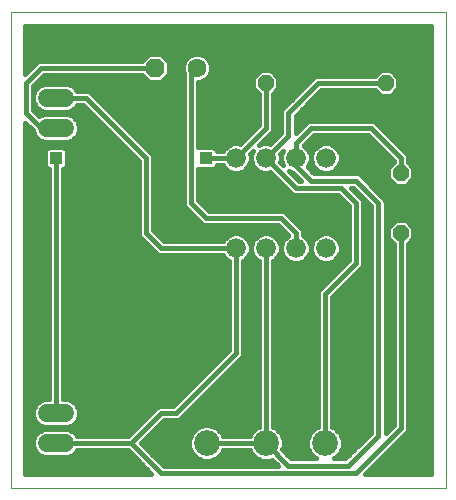
<source format=gtl>
G75*
%MOIN*%
%OFA0B0*%
%FSLAX25Y25*%
%IPPOS*%
%LPD*%
%AMOC8*
5,1,8,0,0,1.08239X$1,22.5*
%
%ADD10C,0.00000*%
%ADD11OC8,0.06300*%
%ADD12C,0.06300*%
%ADD13OC8,0.05200*%
%ADD14C,0.06600*%
%ADD15C,0.06000*%
%ADD16C,0.08600*%
%ADD17C,0.01600*%
%ADD18R,0.03962X0.03962*%
D10*
X0001800Y0040337D02*
X0001800Y0199038D01*
X0146721Y0199038D01*
X0146721Y0040337D01*
X0001800Y0040337D01*
D11*
X0049800Y0180337D03*
D12*
X0063800Y0180337D03*
D13*
X0086800Y0175337D03*
X0126800Y0175337D03*
X0131800Y0145337D03*
X0131800Y0125337D03*
D14*
X0106800Y0120337D03*
X0096800Y0120337D03*
X0086800Y0120337D03*
X0076800Y0120337D03*
X0076800Y0150337D03*
X0086800Y0150337D03*
X0096800Y0150337D03*
X0106800Y0150337D03*
D15*
X0019800Y0160337D02*
X0013800Y0160337D01*
X0013800Y0170337D02*
X0019800Y0170337D01*
X0019800Y0065337D02*
X0013800Y0065337D01*
X0013800Y0055337D02*
X0019800Y0055337D01*
D16*
X0067115Y0055337D03*
X0086800Y0055337D03*
X0106485Y0055337D03*
D17*
X0106485Y0105022D01*
X0116800Y0115337D01*
X0116800Y0135337D01*
X0111800Y0140337D01*
X0096800Y0140337D01*
X0086800Y0150337D01*
X0094300Y0157837D01*
X0094300Y0165337D01*
X0104300Y0175337D01*
X0126800Y0175337D01*
X0130268Y0177809D02*
X0141921Y0177809D01*
X0141921Y0179407D02*
X0128669Y0179407D01*
X0128540Y0179537D02*
X0125060Y0179537D01*
X0123260Y0177737D01*
X0103823Y0177737D01*
X0102941Y0177372D01*
X0092941Y0167372D01*
X0092941Y0167372D01*
X0092265Y0166696D01*
X0091900Y0165814D01*
X0091900Y0158831D01*
X0088150Y0155081D01*
X0087775Y0155237D01*
X0085825Y0155237D01*
X0084577Y0154720D01*
X0088835Y0158978D01*
X0089200Y0159860D01*
X0089200Y0171797D01*
X0091000Y0173597D01*
X0091000Y0177077D01*
X0088540Y0179537D01*
X0085060Y0179537D01*
X0082600Y0177077D01*
X0082600Y0173597D01*
X0084400Y0171797D01*
X0084400Y0161331D01*
X0078150Y0155081D01*
X0077775Y0155237D01*
X0075825Y0155237D01*
X0074024Y0154491D01*
X0072646Y0153113D01*
X0072490Y0152737D01*
X0070381Y0152737D01*
X0070381Y0152981D01*
X0069444Y0153918D01*
X0064200Y0153918D01*
X0064200Y0175587D01*
X0064745Y0175587D01*
X0066491Y0176310D01*
X0067827Y0177646D01*
X0068550Y0179392D01*
X0068550Y0181282D01*
X0067827Y0183028D01*
X0066491Y0184364D01*
X0064745Y0185087D01*
X0062855Y0185087D01*
X0061109Y0184364D01*
X0059773Y0183028D01*
X0059050Y0181282D01*
X0059050Y0179392D01*
X0059400Y0178547D01*
X0059400Y0134860D01*
X0059765Y0133978D01*
X0060441Y0133302D01*
X0065441Y0128302D01*
X0066323Y0127937D01*
X0090806Y0127937D01*
X0094185Y0124558D01*
X0094024Y0124491D01*
X0092646Y0123113D01*
X0091900Y0121312D01*
X0091900Y0119362D01*
X0092646Y0117561D01*
X0094024Y0116183D01*
X0095825Y0115437D01*
X0097775Y0115437D01*
X0099576Y0116183D01*
X0100954Y0117561D01*
X0101700Y0119362D01*
X0101700Y0121312D01*
X0100954Y0123113D01*
X0099576Y0124491D01*
X0099200Y0124647D01*
X0099200Y0125814D01*
X0098835Y0126696D01*
X0093835Y0131696D01*
X0093159Y0132372D01*
X0092277Y0132737D01*
X0067794Y0132737D01*
X0064200Y0136331D01*
X0064200Y0146756D01*
X0069444Y0146756D01*
X0070381Y0147693D01*
X0070381Y0147937D01*
X0072490Y0147937D01*
X0072646Y0147561D01*
X0074024Y0146183D01*
X0075825Y0145437D01*
X0077775Y0145437D01*
X0079576Y0146183D01*
X0080954Y0147561D01*
X0081700Y0149362D01*
X0081700Y0151312D01*
X0081544Y0151687D01*
X0082417Y0152560D01*
X0081900Y0151312D01*
X0081900Y0149362D01*
X0082646Y0147561D01*
X0084024Y0146183D01*
X0085825Y0145437D01*
X0087775Y0145437D01*
X0088150Y0145593D01*
X0095441Y0138302D01*
X0096323Y0137937D01*
X0110806Y0137937D01*
X0114400Y0134343D01*
X0114400Y0116331D01*
X0104450Y0106382D01*
X0104085Y0105499D01*
X0104085Y0060729D01*
X0103143Y0060339D01*
X0101483Y0058679D01*
X0100585Y0056511D01*
X0100585Y0054163D01*
X0101483Y0051995D01*
X0103143Y0050335D01*
X0103380Y0050237D01*
X0095294Y0050237D01*
X0092310Y0053221D01*
X0092700Y0054163D01*
X0092700Y0056511D01*
X0091802Y0058679D01*
X0090142Y0060339D01*
X0089200Y0060729D01*
X0089200Y0116027D01*
X0089576Y0116183D01*
X0090954Y0117561D01*
X0091700Y0119362D01*
X0091700Y0121312D01*
X0090954Y0123113D01*
X0089576Y0124491D01*
X0087775Y0125237D01*
X0085825Y0125237D01*
X0084024Y0124491D01*
X0082646Y0123113D01*
X0081900Y0121312D01*
X0081900Y0119362D01*
X0082646Y0117561D01*
X0084024Y0116183D01*
X0084400Y0116027D01*
X0084400Y0060729D01*
X0083458Y0060339D01*
X0081798Y0058679D01*
X0081408Y0057737D01*
X0072507Y0057737D01*
X0072117Y0058679D01*
X0070457Y0060339D01*
X0068289Y0061237D01*
X0065941Y0061237D01*
X0063773Y0060339D01*
X0062113Y0058679D01*
X0061215Y0056511D01*
X0061215Y0054163D01*
X0062113Y0051995D01*
X0063773Y0050335D01*
X0065941Y0049437D01*
X0068289Y0049437D01*
X0070457Y0050335D01*
X0072117Y0051995D01*
X0072507Y0052937D01*
X0081408Y0052937D01*
X0081798Y0051995D01*
X0083458Y0050335D01*
X0085626Y0049437D01*
X0087974Y0049437D01*
X0088916Y0049827D01*
X0091006Y0047737D01*
X0052794Y0047737D01*
X0045194Y0055337D01*
X0052794Y0062937D01*
X0057277Y0062937D01*
X0058159Y0063302D01*
X0058835Y0063978D01*
X0078835Y0083978D01*
X0079200Y0084860D01*
X0079200Y0116027D01*
X0079576Y0116183D01*
X0080954Y0117561D01*
X0081700Y0119362D01*
X0081700Y0121312D01*
X0080954Y0123113D01*
X0079576Y0124491D01*
X0077775Y0125237D01*
X0075825Y0125237D01*
X0074024Y0124491D01*
X0072646Y0123113D01*
X0072490Y0122737D01*
X0052794Y0122737D01*
X0049200Y0126331D01*
X0049200Y0150814D01*
X0048835Y0151696D01*
X0048159Y0152372D01*
X0028159Y0172372D01*
X0027277Y0172737D01*
X0023785Y0172737D01*
X0023700Y0172943D01*
X0022406Y0174237D01*
X0020715Y0174937D01*
X0012885Y0174937D01*
X0011194Y0174237D01*
X0009900Y0172943D01*
X0009200Y0171252D01*
X0009200Y0169422D01*
X0009900Y0167731D01*
X0011194Y0166437D01*
X0012885Y0165737D01*
X0020715Y0165737D01*
X0022406Y0166437D01*
X0023700Y0167731D01*
X0023785Y0167937D01*
X0025806Y0167937D01*
X0044400Y0149343D01*
X0044400Y0124860D01*
X0044765Y0123978D01*
X0049765Y0118978D01*
X0050441Y0118302D01*
X0051323Y0117937D01*
X0072490Y0117937D01*
X0072646Y0117561D01*
X0074024Y0116183D01*
X0074400Y0116027D01*
X0074400Y0086331D01*
X0055806Y0067737D01*
X0051323Y0067737D01*
X0050441Y0067372D01*
X0040806Y0057737D01*
X0023785Y0057737D01*
X0023700Y0057943D01*
X0022406Y0059237D01*
X0020715Y0059937D01*
X0012885Y0059937D01*
X0011194Y0059237D01*
X0009900Y0057943D01*
X0009200Y0056252D01*
X0009200Y0054422D01*
X0009900Y0052731D01*
X0011194Y0051437D01*
X0012885Y0050737D01*
X0020715Y0050737D01*
X0022406Y0051437D01*
X0023700Y0052731D01*
X0023785Y0052937D01*
X0040806Y0052937D01*
X0048606Y0045137D01*
X0006600Y0045137D01*
X0006600Y0162143D01*
X0009200Y0159543D01*
X0009200Y0159422D01*
X0009900Y0157731D01*
X0011194Y0156437D01*
X0012885Y0155737D01*
X0020715Y0155737D01*
X0022406Y0156437D01*
X0023700Y0157731D01*
X0024400Y0159422D01*
X0024400Y0161252D01*
X0023700Y0162943D01*
X0022406Y0164237D01*
X0020715Y0164937D01*
X0012885Y0164937D01*
X0011265Y0164266D01*
X0009200Y0166331D01*
X0009200Y0174343D01*
X0012794Y0177937D01*
X0045482Y0177937D01*
X0047832Y0175587D01*
X0051768Y0175587D01*
X0054550Y0178369D01*
X0054550Y0182305D01*
X0051768Y0185087D01*
X0047832Y0185087D01*
X0045482Y0182737D01*
X0011323Y0182737D01*
X0010441Y0182372D01*
X0006600Y0178531D01*
X0006600Y0194238D01*
X0141921Y0194238D01*
X0141921Y0045137D01*
X0119994Y0045137D01*
X0133159Y0058302D01*
X0133835Y0058978D01*
X0134200Y0059860D01*
X0134200Y0121797D01*
X0136000Y0123597D01*
X0136000Y0127077D01*
X0133540Y0129537D01*
X0130060Y0129537D01*
X0127600Y0127077D01*
X0127600Y0123597D01*
X0129400Y0121797D01*
X0129400Y0061331D01*
X0126700Y0058631D01*
X0126700Y0135814D01*
X0126335Y0136696D01*
X0125659Y0137372D01*
X0118159Y0144872D01*
X0117277Y0145237D01*
X0102794Y0145237D01*
X0100712Y0147319D01*
X0100954Y0147561D01*
X0101700Y0149362D01*
X0101700Y0151312D01*
X0100954Y0153113D01*
X0099576Y0154491D01*
X0099415Y0154558D01*
X0102794Y0157937D01*
X0120806Y0157937D01*
X0129400Y0149343D01*
X0129400Y0148877D01*
X0127600Y0147077D01*
X0127600Y0143597D01*
X0130060Y0141137D01*
X0133540Y0141137D01*
X0136000Y0143597D01*
X0136000Y0147077D01*
X0134200Y0148877D01*
X0134200Y0150814D01*
X0133835Y0151696D01*
X0123835Y0161696D01*
X0123159Y0162372D01*
X0122277Y0162737D01*
X0101323Y0162737D01*
X0100441Y0162372D01*
X0096700Y0158631D01*
X0096700Y0164343D01*
X0105294Y0172937D01*
X0123260Y0172937D01*
X0125060Y0171137D01*
X0128540Y0171137D01*
X0131000Y0173597D01*
X0131000Y0177077D01*
X0128540Y0179537D01*
X0124931Y0179407D02*
X0088669Y0179407D01*
X0090268Y0177809D02*
X0123332Y0177809D01*
X0124782Y0171415D02*
X0103772Y0171415D01*
X0102174Y0169816D02*
X0141921Y0169816D01*
X0141921Y0168218D02*
X0100575Y0168218D01*
X0098976Y0166619D02*
X0141921Y0166619D01*
X0141921Y0165021D02*
X0097378Y0165021D01*
X0096700Y0163422D02*
X0141921Y0163422D01*
X0141921Y0161824D02*
X0123707Y0161824D01*
X0125306Y0160225D02*
X0141921Y0160225D01*
X0141921Y0158627D02*
X0126904Y0158627D01*
X0128503Y0157028D02*
X0141921Y0157028D01*
X0141921Y0155430D02*
X0130101Y0155430D01*
X0131700Y0153831D02*
X0141921Y0153831D01*
X0141921Y0152233D02*
X0133298Y0152233D01*
X0134200Y0150634D02*
X0141921Y0150634D01*
X0141921Y0149036D02*
X0134200Y0149036D01*
X0135639Y0147437D02*
X0141921Y0147437D01*
X0141921Y0145839D02*
X0136000Y0145839D01*
X0136000Y0144240D02*
X0141921Y0144240D01*
X0141921Y0142642D02*
X0135044Y0142642D01*
X0131800Y0145337D02*
X0131800Y0150337D01*
X0121800Y0160337D01*
X0101800Y0160337D01*
X0096800Y0155337D01*
X0096800Y0150337D01*
X0096800Y0147837D01*
X0101800Y0142837D01*
X0116800Y0142837D01*
X0124300Y0135337D01*
X0124300Y0057837D01*
X0114300Y0047837D01*
X0094300Y0047837D01*
X0086800Y0055337D01*
X0086800Y0120337D01*
X0090458Y0117066D02*
X0093142Y0117066D01*
X0092189Y0118664D02*
X0091411Y0118664D01*
X0091700Y0120263D02*
X0091900Y0120263D01*
X0092128Y0121861D02*
X0091472Y0121861D01*
X0090607Y0123460D02*
X0092993Y0123460D01*
X0093685Y0125058D02*
X0088207Y0125058D01*
X0085393Y0125058D02*
X0078207Y0125058D01*
X0075393Y0125058D02*
X0050473Y0125058D01*
X0049200Y0126657D02*
X0092086Y0126657D01*
X0091800Y0130337D02*
X0066800Y0130337D01*
X0061800Y0135337D01*
X0061800Y0178337D01*
X0063800Y0180337D01*
X0059598Y0182605D02*
X0054250Y0182605D01*
X0054550Y0181006D02*
X0059050Y0181006D01*
X0059050Y0179407D02*
X0054550Y0179407D01*
X0053989Y0177809D02*
X0059400Y0177809D01*
X0059400Y0176210D02*
X0052391Y0176210D01*
X0049800Y0180337D02*
X0011800Y0180337D01*
X0006800Y0175337D01*
X0006800Y0165337D01*
X0011800Y0160337D01*
X0016800Y0160337D01*
X0014156Y0153918D02*
X0013219Y0152981D01*
X0013219Y0147693D01*
X0014156Y0146756D01*
X0014400Y0146756D01*
X0014400Y0069937D01*
X0012885Y0069937D01*
X0011194Y0069237D01*
X0009900Y0067943D01*
X0009200Y0066252D01*
X0009200Y0064422D01*
X0009900Y0062731D01*
X0011194Y0061437D01*
X0012885Y0060737D01*
X0020715Y0060737D01*
X0022406Y0061437D01*
X0023700Y0062731D01*
X0024400Y0064422D01*
X0024400Y0066252D01*
X0023700Y0067943D01*
X0022406Y0069237D01*
X0020715Y0069937D01*
X0019200Y0069937D01*
X0019200Y0146756D01*
X0019444Y0146756D01*
X0020381Y0147693D01*
X0020381Y0152981D01*
X0019444Y0153918D01*
X0014156Y0153918D01*
X0014069Y0153831D02*
X0006600Y0153831D01*
X0006600Y0152233D02*
X0013219Y0152233D01*
X0013219Y0150634D02*
X0006600Y0150634D01*
X0006600Y0149036D02*
X0013219Y0149036D01*
X0013475Y0147437D02*
X0006600Y0147437D01*
X0006600Y0145839D02*
X0014400Y0145839D01*
X0014400Y0144240D02*
X0006600Y0144240D01*
X0006600Y0142642D02*
X0014400Y0142642D01*
X0014400Y0141043D02*
X0006600Y0141043D01*
X0006600Y0139445D02*
X0014400Y0139445D01*
X0014400Y0137846D02*
X0006600Y0137846D01*
X0006600Y0136248D02*
X0014400Y0136248D01*
X0014400Y0134649D02*
X0006600Y0134649D01*
X0006600Y0133051D02*
X0014400Y0133051D01*
X0014400Y0131452D02*
X0006600Y0131452D01*
X0006600Y0129854D02*
X0014400Y0129854D01*
X0014400Y0128255D02*
X0006600Y0128255D01*
X0006600Y0126657D02*
X0014400Y0126657D01*
X0014400Y0125058D02*
X0006600Y0125058D01*
X0006600Y0123460D02*
X0014400Y0123460D01*
X0014400Y0121861D02*
X0006600Y0121861D01*
X0006600Y0120263D02*
X0014400Y0120263D01*
X0014400Y0118664D02*
X0006600Y0118664D01*
X0006600Y0117066D02*
X0014400Y0117066D01*
X0014400Y0115467D02*
X0006600Y0115467D01*
X0006600Y0113869D02*
X0014400Y0113869D01*
X0014400Y0112270D02*
X0006600Y0112270D01*
X0006600Y0110672D02*
X0014400Y0110672D01*
X0014400Y0109073D02*
X0006600Y0109073D01*
X0006600Y0107474D02*
X0014400Y0107474D01*
X0014400Y0105876D02*
X0006600Y0105876D01*
X0006600Y0104277D02*
X0014400Y0104277D01*
X0014400Y0102679D02*
X0006600Y0102679D01*
X0006600Y0101080D02*
X0014400Y0101080D01*
X0014400Y0099482D02*
X0006600Y0099482D01*
X0006600Y0097883D02*
X0014400Y0097883D01*
X0014400Y0096285D02*
X0006600Y0096285D01*
X0006600Y0094686D02*
X0014400Y0094686D01*
X0014400Y0093088D02*
X0006600Y0093088D01*
X0006600Y0091489D02*
X0014400Y0091489D01*
X0014400Y0089891D02*
X0006600Y0089891D01*
X0006600Y0088292D02*
X0014400Y0088292D01*
X0014400Y0086694D02*
X0006600Y0086694D01*
X0006600Y0085095D02*
X0014400Y0085095D01*
X0014400Y0083497D02*
X0006600Y0083497D01*
X0006600Y0081898D02*
X0014400Y0081898D01*
X0014400Y0080300D02*
X0006600Y0080300D01*
X0006600Y0078701D02*
X0014400Y0078701D01*
X0014400Y0077103D02*
X0006600Y0077103D01*
X0006600Y0075504D02*
X0014400Y0075504D01*
X0014400Y0073906D02*
X0006600Y0073906D01*
X0006600Y0072307D02*
X0014400Y0072307D01*
X0014400Y0070709D02*
X0006600Y0070709D01*
X0006600Y0069110D02*
X0011068Y0069110D01*
X0009722Y0067512D02*
X0006600Y0067512D01*
X0006600Y0065913D02*
X0009200Y0065913D01*
X0009244Y0064315D02*
X0006600Y0064315D01*
X0006600Y0062716D02*
X0009915Y0062716D01*
X0011966Y0061118D02*
X0006600Y0061118D01*
X0006600Y0059519D02*
X0011876Y0059519D01*
X0009891Y0057921D02*
X0006600Y0057921D01*
X0006600Y0056322D02*
X0009229Y0056322D01*
X0009200Y0054724D02*
X0006600Y0054724D01*
X0006600Y0053125D02*
X0009737Y0053125D01*
X0011105Y0051527D02*
X0006600Y0051527D01*
X0006600Y0049928D02*
X0043815Y0049928D01*
X0045413Y0048330D02*
X0006600Y0048330D01*
X0006600Y0046731D02*
X0047012Y0046731D01*
X0049005Y0051527D02*
X0062582Y0051527D01*
X0061645Y0053125D02*
X0047406Y0053125D01*
X0045807Y0054724D02*
X0061215Y0054724D01*
X0061215Y0056322D02*
X0046179Y0056322D01*
X0047778Y0057921D02*
X0061799Y0057921D01*
X0062953Y0059519D02*
X0049376Y0059519D01*
X0050975Y0061118D02*
X0065653Y0061118D01*
X0068577Y0061118D02*
X0084400Y0061118D01*
X0084400Y0062716D02*
X0052573Y0062716D01*
X0051800Y0065337D02*
X0041800Y0055337D01*
X0051800Y0045337D01*
X0116800Y0045337D01*
X0131800Y0060337D01*
X0131800Y0125337D01*
X0134822Y0128255D02*
X0141921Y0128255D01*
X0141921Y0126657D02*
X0136000Y0126657D01*
X0136000Y0125058D02*
X0141921Y0125058D01*
X0141921Y0123460D02*
X0135862Y0123460D01*
X0134264Y0121861D02*
X0141921Y0121861D01*
X0141921Y0120263D02*
X0134200Y0120263D01*
X0134200Y0118664D02*
X0141921Y0118664D01*
X0141921Y0117066D02*
X0134200Y0117066D01*
X0134200Y0115467D02*
X0141921Y0115467D01*
X0141921Y0113869D02*
X0134200Y0113869D01*
X0134200Y0112270D02*
X0141921Y0112270D01*
X0141921Y0110672D02*
X0134200Y0110672D01*
X0134200Y0109073D02*
X0141921Y0109073D01*
X0141921Y0107474D02*
X0134200Y0107474D01*
X0134200Y0105876D02*
X0141921Y0105876D01*
X0141921Y0104277D02*
X0134200Y0104277D01*
X0134200Y0102679D02*
X0141921Y0102679D01*
X0141921Y0101080D02*
X0134200Y0101080D01*
X0134200Y0099482D02*
X0141921Y0099482D01*
X0141921Y0097883D02*
X0134200Y0097883D01*
X0134200Y0096285D02*
X0141921Y0096285D01*
X0141921Y0094686D02*
X0134200Y0094686D01*
X0134200Y0093088D02*
X0141921Y0093088D01*
X0141921Y0091489D02*
X0134200Y0091489D01*
X0134200Y0089891D02*
X0141921Y0089891D01*
X0141921Y0088292D02*
X0134200Y0088292D01*
X0134200Y0086694D02*
X0141921Y0086694D01*
X0141921Y0085095D02*
X0134200Y0085095D01*
X0134200Y0083497D02*
X0141921Y0083497D01*
X0141921Y0081898D02*
X0134200Y0081898D01*
X0134200Y0080300D02*
X0141921Y0080300D01*
X0141921Y0078701D02*
X0134200Y0078701D01*
X0134200Y0077103D02*
X0141921Y0077103D01*
X0141921Y0075504D02*
X0134200Y0075504D01*
X0134200Y0073906D02*
X0141921Y0073906D01*
X0141921Y0072307D02*
X0134200Y0072307D01*
X0134200Y0070709D02*
X0141921Y0070709D01*
X0141921Y0069110D02*
X0134200Y0069110D01*
X0134200Y0067512D02*
X0141921Y0067512D01*
X0141921Y0065913D02*
X0134200Y0065913D01*
X0134200Y0064315D02*
X0141921Y0064315D01*
X0141921Y0062716D02*
X0134200Y0062716D01*
X0134200Y0061118D02*
X0141921Y0061118D01*
X0141921Y0059519D02*
X0134059Y0059519D01*
X0132778Y0057921D02*
X0141921Y0057921D01*
X0141921Y0056322D02*
X0131179Y0056322D01*
X0129581Y0054724D02*
X0141921Y0054724D01*
X0141921Y0053125D02*
X0127982Y0053125D01*
X0126384Y0051527D02*
X0141921Y0051527D01*
X0141921Y0049928D02*
X0124785Y0049928D01*
X0123187Y0048330D02*
X0141921Y0048330D01*
X0141921Y0046731D02*
X0121588Y0046731D01*
X0116194Y0053125D02*
X0111955Y0053125D01*
X0112385Y0054163D02*
X0112385Y0056511D01*
X0111487Y0058679D01*
X0109827Y0060339D01*
X0108885Y0060729D01*
X0108885Y0104028D01*
X0118159Y0113302D01*
X0118835Y0113978D01*
X0119200Y0114860D01*
X0119200Y0135814D01*
X0118835Y0136696D01*
X0115094Y0140437D01*
X0115806Y0140437D01*
X0121900Y0134343D01*
X0121900Y0058831D01*
X0113306Y0050237D01*
X0109590Y0050237D01*
X0109827Y0050335D01*
X0111487Y0051995D01*
X0112385Y0054163D01*
X0112385Y0054724D02*
X0117792Y0054724D01*
X0119391Y0056322D02*
X0112385Y0056322D01*
X0111801Y0057921D02*
X0120990Y0057921D01*
X0121900Y0059519D02*
X0110647Y0059519D01*
X0108885Y0061118D02*
X0121900Y0061118D01*
X0121900Y0062716D02*
X0108885Y0062716D01*
X0108885Y0064315D02*
X0121900Y0064315D01*
X0121900Y0065913D02*
X0108885Y0065913D01*
X0108885Y0067512D02*
X0121900Y0067512D01*
X0121900Y0069110D02*
X0108885Y0069110D01*
X0108885Y0070709D02*
X0121900Y0070709D01*
X0121900Y0072307D02*
X0108885Y0072307D01*
X0108885Y0073906D02*
X0121900Y0073906D01*
X0121900Y0075504D02*
X0108885Y0075504D01*
X0108885Y0077103D02*
X0121900Y0077103D01*
X0121900Y0078701D02*
X0108885Y0078701D01*
X0108885Y0080300D02*
X0121900Y0080300D01*
X0121900Y0081898D02*
X0108885Y0081898D01*
X0108885Y0083497D02*
X0121900Y0083497D01*
X0121900Y0085095D02*
X0108885Y0085095D01*
X0108885Y0086694D02*
X0121900Y0086694D01*
X0121900Y0088292D02*
X0108885Y0088292D01*
X0108885Y0089891D02*
X0121900Y0089891D01*
X0121900Y0091489D02*
X0108885Y0091489D01*
X0108885Y0093088D02*
X0121900Y0093088D01*
X0121900Y0094686D02*
X0108885Y0094686D01*
X0108885Y0096285D02*
X0121900Y0096285D01*
X0121900Y0097883D02*
X0108885Y0097883D01*
X0108885Y0099482D02*
X0121900Y0099482D01*
X0121900Y0101080D02*
X0108885Y0101080D01*
X0108885Y0102679D02*
X0121900Y0102679D01*
X0121900Y0104277D02*
X0109135Y0104277D01*
X0110733Y0105876D02*
X0121900Y0105876D01*
X0121900Y0107474D02*
X0112332Y0107474D01*
X0113930Y0109073D02*
X0121900Y0109073D01*
X0121900Y0110672D02*
X0115529Y0110672D01*
X0117127Y0112270D02*
X0121900Y0112270D01*
X0121900Y0113869D02*
X0118726Y0113869D01*
X0119200Y0115467D02*
X0121900Y0115467D01*
X0121900Y0117066D02*
X0119200Y0117066D01*
X0119200Y0118664D02*
X0121900Y0118664D01*
X0121900Y0120263D02*
X0119200Y0120263D01*
X0119200Y0121861D02*
X0121900Y0121861D01*
X0121900Y0123460D02*
X0119200Y0123460D01*
X0119200Y0125058D02*
X0121900Y0125058D01*
X0121900Y0126657D02*
X0119200Y0126657D01*
X0119200Y0128255D02*
X0121900Y0128255D01*
X0121900Y0129854D02*
X0119200Y0129854D01*
X0119200Y0131452D02*
X0121900Y0131452D01*
X0121900Y0133051D02*
X0119200Y0133051D01*
X0119200Y0134649D02*
X0121594Y0134649D01*
X0119995Y0136248D02*
X0119021Y0136248D01*
X0118397Y0137846D02*
X0117685Y0137846D01*
X0116798Y0139445D02*
X0116086Y0139445D01*
X0114094Y0134649D02*
X0065882Y0134649D01*
X0067480Y0133051D02*
X0114400Y0133051D01*
X0114400Y0131452D02*
X0094079Y0131452D01*
X0095677Y0129854D02*
X0114400Y0129854D01*
X0114400Y0128255D02*
X0097276Y0128255D01*
X0098851Y0126657D02*
X0114400Y0126657D01*
X0114400Y0125058D02*
X0108207Y0125058D01*
X0107775Y0125237D02*
X0105825Y0125237D01*
X0104024Y0124491D01*
X0102646Y0123113D01*
X0101900Y0121312D01*
X0101900Y0119362D01*
X0102646Y0117561D01*
X0104024Y0116183D01*
X0105825Y0115437D01*
X0107775Y0115437D01*
X0109576Y0116183D01*
X0110954Y0117561D01*
X0111700Y0119362D01*
X0111700Y0121312D01*
X0110954Y0123113D01*
X0109576Y0124491D01*
X0107775Y0125237D01*
X0105393Y0125058D02*
X0099200Y0125058D01*
X0100607Y0123460D02*
X0102993Y0123460D01*
X0102128Y0121861D02*
X0101472Y0121861D01*
X0101700Y0120263D02*
X0101900Y0120263D01*
X0102189Y0118664D02*
X0101411Y0118664D01*
X0100458Y0117066D02*
X0103142Y0117066D01*
X0105753Y0115467D02*
X0097847Y0115467D01*
X0095753Y0115467D02*
X0089200Y0115467D01*
X0089200Y0113869D02*
X0111937Y0113869D01*
X0113536Y0115467D02*
X0107847Y0115467D01*
X0110458Y0117066D02*
X0114400Y0117066D01*
X0114400Y0118664D02*
X0111411Y0118664D01*
X0111700Y0120263D02*
X0114400Y0120263D01*
X0114400Y0121861D02*
X0111472Y0121861D01*
X0110607Y0123460D02*
X0114400Y0123460D01*
X0110339Y0112270D02*
X0089200Y0112270D01*
X0089200Y0110672D02*
X0108740Y0110672D01*
X0107142Y0109073D02*
X0089200Y0109073D01*
X0089200Y0107474D02*
X0105543Y0107474D01*
X0104241Y0105876D02*
X0089200Y0105876D01*
X0089200Y0104277D02*
X0104085Y0104277D01*
X0104085Y0102679D02*
X0089200Y0102679D01*
X0089200Y0101080D02*
X0104085Y0101080D01*
X0104085Y0099482D02*
X0089200Y0099482D01*
X0089200Y0097883D02*
X0104085Y0097883D01*
X0104085Y0096285D02*
X0089200Y0096285D01*
X0089200Y0094686D02*
X0104085Y0094686D01*
X0104085Y0093088D02*
X0089200Y0093088D01*
X0089200Y0091489D02*
X0104085Y0091489D01*
X0104085Y0089891D02*
X0089200Y0089891D01*
X0089200Y0088292D02*
X0104085Y0088292D01*
X0104085Y0086694D02*
X0089200Y0086694D01*
X0089200Y0085095D02*
X0104085Y0085095D01*
X0104085Y0083497D02*
X0089200Y0083497D01*
X0089200Y0081898D02*
X0104085Y0081898D01*
X0104085Y0080300D02*
X0089200Y0080300D01*
X0089200Y0078701D02*
X0104085Y0078701D01*
X0104085Y0077103D02*
X0089200Y0077103D01*
X0089200Y0075504D02*
X0104085Y0075504D01*
X0104085Y0073906D02*
X0089200Y0073906D01*
X0089200Y0072307D02*
X0104085Y0072307D01*
X0104085Y0070709D02*
X0089200Y0070709D01*
X0089200Y0069110D02*
X0104085Y0069110D01*
X0104085Y0067512D02*
X0089200Y0067512D01*
X0089200Y0065913D02*
X0104085Y0065913D01*
X0104085Y0064315D02*
X0089200Y0064315D01*
X0089200Y0062716D02*
X0104085Y0062716D01*
X0104085Y0061118D02*
X0089200Y0061118D01*
X0090962Y0059519D02*
X0102323Y0059519D01*
X0101169Y0057921D02*
X0092116Y0057921D01*
X0092700Y0056322D02*
X0100585Y0056322D01*
X0100585Y0054724D02*
X0092700Y0054724D01*
X0092406Y0053125D02*
X0101015Y0053125D01*
X0101952Y0051527D02*
X0094005Y0051527D01*
X0090413Y0048330D02*
X0052202Y0048330D01*
X0050603Y0049928D02*
X0064756Y0049928D01*
X0069474Y0049928D02*
X0084441Y0049928D01*
X0082267Y0051527D02*
X0071648Y0051527D01*
X0067115Y0055337D02*
X0086800Y0055337D01*
X0082638Y0059519D02*
X0071277Y0059519D01*
X0072431Y0057921D02*
X0081484Y0057921D01*
X0084400Y0064315D02*
X0059172Y0064315D01*
X0060770Y0065913D02*
X0084400Y0065913D01*
X0084400Y0067512D02*
X0062369Y0067512D01*
X0063967Y0069110D02*
X0084400Y0069110D01*
X0084400Y0070709D02*
X0065566Y0070709D01*
X0067164Y0072307D02*
X0084400Y0072307D01*
X0084400Y0073906D02*
X0068763Y0073906D01*
X0070361Y0075504D02*
X0084400Y0075504D01*
X0084400Y0077103D02*
X0071960Y0077103D01*
X0073558Y0078701D02*
X0084400Y0078701D01*
X0084400Y0080300D02*
X0075157Y0080300D01*
X0076755Y0081898D02*
X0084400Y0081898D01*
X0084400Y0083497D02*
X0078354Y0083497D01*
X0079200Y0085095D02*
X0084400Y0085095D01*
X0084400Y0086694D02*
X0079200Y0086694D01*
X0079200Y0088292D02*
X0084400Y0088292D01*
X0084400Y0089891D02*
X0079200Y0089891D01*
X0079200Y0091489D02*
X0084400Y0091489D01*
X0084400Y0093088D02*
X0079200Y0093088D01*
X0079200Y0094686D02*
X0084400Y0094686D01*
X0084400Y0096285D02*
X0079200Y0096285D01*
X0079200Y0097883D02*
X0084400Y0097883D01*
X0084400Y0099482D02*
X0079200Y0099482D01*
X0079200Y0101080D02*
X0084400Y0101080D01*
X0084400Y0102679D02*
X0079200Y0102679D01*
X0079200Y0104277D02*
X0084400Y0104277D01*
X0084400Y0105876D02*
X0079200Y0105876D01*
X0079200Y0107474D02*
X0084400Y0107474D01*
X0084400Y0109073D02*
X0079200Y0109073D01*
X0079200Y0110672D02*
X0084400Y0110672D01*
X0084400Y0112270D02*
X0079200Y0112270D01*
X0079200Y0113869D02*
X0084400Y0113869D01*
X0084400Y0115467D02*
X0079200Y0115467D01*
X0080458Y0117066D02*
X0083142Y0117066D01*
X0082189Y0118664D02*
X0081411Y0118664D01*
X0081700Y0120263D02*
X0081900Y0120263D01*
X0082128Y0121861D02*
X0081472Y0121861D01*
X0080607Y0123460D02*
X0082993Y0123460D01*
X0076800Y0120337D02*
X0051800Y0120337D01*
X0046800Y0125337D01*
X0046800Y0150337D01*
X0026800Y0170337D01*
X0016800Y0170337D01*
X0012100Y0174612D02*
X0009469Y0174612D01*
X0009200Y0173013D02*
X0009971Y0173013D01*
X0009267Y0171415D02*
X0009200Y0171415D01*
X0009200Y0169816D02*
X0009200Y0169816D01*
X0009200Y0168218D02*
X0009699Y0168218D01*
X0009200Y0166619D02*
X0011012Y0166619D01*
X0010510Y0165021D02*
X0028722Y0165021D01*
X0027123Y0166619D02*
X0022588Y0166619D01*
X0023220Y0163422D02*
X0030321Y0163422D01*
X0031919Y0161824D02*
X0024163Y0161824D01*
X0024400Y0160225D02*
X0033518Y0160225D01*
X0035116Y0158627D02*
X0024071Y0158627D01*
X0022997Y0157028D02*
X0036715Y0157028D01*
X0038313Y0155430D02*
X0006600Y0155430D01*
X0006600Y0157028D02*
X0010603Y0157028D01*
X0009529Y0158627D02*
X0006600Y0158627D01*
X0006600Y0160225D02*
X0008518Y0160225D01*
X0006919Y0161824D02*
X0006600Y0161824D01*
X0011068Y0176210D02*
X0047209Y0176210D01*
X0045611Y0177809D02*
X0012666Y0177809D01*
X0009075Y0181006D02*
X0006600Y0181006D01*
X0006600Y0179407D02*
X0007476Y0179407D01*
X0006600Y0182605D02*
X0011003Y0182605D01*
X0006600Y0184203D02*
X0046949Y0184203D01*
X0052651Y0184203D02*
X0060949Y0184203D01*
X0066651Y0184203D02*
X0141921Y0184203D01*
X0141921Y0182605D02*
X0068002Y0182605D01*
X0068550Y0181006D02*
X0141921Y0181006D01*
X0141921Y0176210D02*
X0131000Y0176210D01*
X0131000Y0174612D02*
X0141921Y0174612D01*
X0141921Y0173013D02*
X0130416Y0173013D01*
X0128818Y0171415D02*
X0141921Y0171415D01*
X0141921Y0185802D02*
X0006600Y0185802D01*
X0006600Y0187400D02*
X0141921Y0187400D01*
X0141921Y0188999D02*
X0006600Y0188999D01*
X0006600Y0190597D02*
X0141921Y0190597D01*
X0141921Y0192196D02*
X0006600Y0192196D01*
X0006600Y0193794D02*
X0141921Y0193794D01*
X0121715Y0157028D02*
X0101885Y0157028D01*
X0100287Y0155430D02*
X0123313Y0155430D01*
X0124912Y0153831D02*
X0110235Y0153831D01*
X0109576Y0154491D02*
X0110954Y0153113D01*
X0111700Y0151312D01*
X0111700Y0149362D01*
X0110954Y0147561D01*
X0109576Y0146183D01*
X0107775Y0145437D01*
X0105825Y0145437D01*
X0104024Y0146183D01*
X0102646Y0147561D01*
X0101900Y0149362D01*
X0101900Y0151312D01*
X0102646Y0153113D01*
X0104024Y0154491D01*
X0105825Y0155237D01*
X0107775Y0155237D01*
X0109576Y0154491D01*
X0111318Y0152233D02*
X0126510Y0152233D01*
X0128109Y0150634D02*
X0111700Y0150634D01*
X0111565Y0149036D02*
X0129400Y0149036D01*
X0127961Y0147437D02*
X0110830Y0147437D01*
X0108745Y0145839D02*
X0127600Y0145839D01*
X0127600Y0144240D02*
X0118791Y0144240D01*
X0120389Y0142642D02*
X0128556Y0142642D01*
X0125185Y0137846D02*
X0141921Y0137846D01*
X0141921Y0136248D02*
X0126521Y0136248D01*
X0126700Y0134649D02*
X0141921Y0134649D01*
X0141921Y0133051D02*
X0126700Y0133051D01*
X0126700Y0131452D02*
X0141921Y0131452D01*
X0141921Y0129854D02*
X0126700Y0129854D01*
X0126700Y0128255D02*
X0128778Y0128255D01*
X0127600Y0126657D02*
X0126700Y0126657D01*
X0126700Y0125058D02*
X0127600Y0125058D01*
X0127738Y0123460D02*
X0126700Y0123460D01*
X0126700Y0121861D02*
X0129336Y0121861D01*
X0129400Y0120263D02*
X0126700Y0120263D01*
X0126700Y0118664D02*
X0129400Y0118664D01*
X0129400Y0117066D02*
X0126700Y0117066D01*
X0126700Y0115467D02*
X0129400Y0115467D01*
X0129400Y0113869D02*
X0126700Y0113869D01*
X0126700Y0112270D02*
X0129400Y0112270D01*
X0129400Y0110672D02*
X0126700Y0110672D01*
X0126700Y0109073D02*
X0129400Y0109073D01*
X0129400Y0107474D02*
X0126700Y0107474D01*
X0126700Y0105876D02*
X0129400Y0105876D01*
X0129400Y0104277D02*
X0126700Y0104277D01*
X0126700Y0102679D02*
X0129400Y0102679D01*
X0129400Y0101080D02*
X0126700Y0101080D01*
X0126700Y0099482D02*
X0129400Y0099482D01*
X0129400Y0097883D02*
X0126700Y0097883D01*
X0126700Y0096285D02*
X0129400Y0096285D01*
X0129400Y0094686D02*
X0126700Y0094686D01*
X0126700Y0093088D02*
X0129400Y0093088D01*
X0129400Y0091489D02*
X0126700Y0091489D01*
X0126700Y0089891D02*
X0129400Y0089891D01*
X0129400Y0088292D02*
X0126700Y0088292D01*
X0126700Y0086694D02*
X0129400Y0086694D01*
X0129400Y0085095D02*
X0126700Y0085095D01*
X0126700Y0083497D02*
X0129400Y0083497D01*
X0129400Y0081898D02*
X0126700Y0081898D01*
X0126700Y0080300D02*
X0129400Y0080300D01*
X0129400Y0078701D02*
X0126700Y0078701D01*
X0126700Y0077103D02*
X0129400Y0077103D01*
X0129400Y0075504D02*
X0126700Y0075504D01*
X0126700Y0073906D02*
X0129400Y0073906D01*
X0129400Y0072307D02*
X0126700Y0072307D01*
X0126700Y0070709D02*
X0129400Y0070709D01*
X0129400Y0069110D02*
X0126700Y0069110D01*
X0126700Y0067512D02*
X0129400Y0067512D01*
X0129400Y0065913D02*
X0126700Y0065913D01*
X0126700Y0064315D02*
X0129400Y0064315D01*
X0129400Y0062716D02*
X0126700Y0062716D01*
X0126700Y0061118D02*
X0129187Y0061118D01*
X0127588Y0059519D02*
X0126700Y0059519D01*
X0114595Y0051527D02*
X0111018Y0051527D01*
X0076800Y0085337D02*
X0056800Y0065337D01*
X0051800Y0065337D01*
X0050779Y0067512D02*
X0023878Y0067512D01*
X0024400Y0065913D02*
X0048982Y0065913D01*
X0047384Y0064315D02*
X0024356Y0064315D01*
X0023685Y0062716D02*
X0045785Y0062716D01*
X0044187Y0061118D02*
X0021634Y0061118D01*
X0021724Y0059519D02*
X0042588Y0059519D01*
X0040990Y0057921D02*
X0023709Y0057921D01*
X0022495Y0051527D02*
X0042216Y0051527D01*
X0041800Y0055337D02*
X0016800Y0055337D01*
X0016800Y0065337D02*
X0016800Y0150337D01*
X0020381Y0150634D02*
X0043109Y0150634D01*
X0044400Y0149036D02*
X0020381Y0149036D01*
X0020125Y0147437D02*
X0044400Y0147437D01*
X0044400Y0145839D02*
X0019200Y0145839D01*
X0019200Y0144240D02*
X0044400Y0144240D01*
X0044400Y0142642D02*
X0019200Y0142642D01*
X0019200Y0141043D02*
X0044400Y0141043D01*
X0044400Y0139445D02*
X0019200Y0139445D01*
X0019200Y0137846D02*
X0044400Y0137846D01*
X0044400Y0136248D02*
X0019200Y0136248D01*
X0019200Y0134649D02*
X0044400Y0134649D01*
X0044400Y0133051D02*
X0019200Y0133051D01*
X0019200Y0131452D02*
X0044400Y0131452D01*
X0044400Y0129854D02*
X0019200Y0129854D01*
X0019200Y0128255D02*
X0044400Y0128255D01*
X0044400Y0126657D02*
X0019200Y0126657D01*
X0019200Y0125058D02*
X0044400Y0125058D01*
X0045283Y0123460D02*
X0019200Y0123460D01*
X0019200Y0121861D02*
X0046882Y0121861D01*
X0048480Y0120263D02*
X0019200Y0120263D01*
X0019200Y0118664D02*
X0050079Y0118664D01*
X0052072Y0123460D02*
X0072993Y0123460D01*
X0076800Y0120337D02*
X0076800Y0085337D01*
X0074400Y0086694D02*
X0019200Y0086694D01*
X0019200Y0088292D02*
X0074400Y0088292D01*
X0074400Y0089891D02*
X0019200Y0089891D01*
X0019200Y0091489D02*
X0074400Y0091489D01*
X0074400Y0093088D02*
X0019200Y0093088D01*
X0019200Y0094686D02*
X0074400Y0094686D01*
X0074400Y0096285D02*
X0019200Y0096285D01*
X0019200Y0097883D02*
X0074400Y0097883D01*
X0074400Y0099482D02*
X0019200Y0099482D01*
X0019200Y0101080D02*
X0074400Y0101080D01*
X0074400Y0102679D02*
X0019200Y0102679D01*
X0019200Y0104277D02*
X0074400Y0104277D01*
X0074400Y0105876D02*
X0019200Y0105876D01*
X0019200Y0107474D02*
X0074400Y0107474D01*
X0074400Y0109073D02*
X0019200Y0109073D01*
X0019200Y0110672D02*
X0074400Y0110672D01*
X0074400Y0112270D02*
X0019200Y0112270D01*
X0019200Y0113869D02*
X0074400Y0113869D01*
X0074400Y0115467D02*
X0019200Y0115467D01*
X0019200Y0117066D02*
X0073142Y0117066D01*
X0065555Y0128255D02*
X0049200Y0128255D01*
X0049200Y0129854D02*
X0063889Y0129854D01*
X0062291Y0131452D02*
X0049200Y0131452D01*
X0049200Y0133051D02*
X0060692Y0133051D01*
X0059487Y0134649D02*
X0049200Y0134649D01*
X0049200Y0136248D02*
X0059400Y0136248D01*
X0059400Y0137846D02*
X0049200Y0137846D01*
X0049200Y0139445D02*
X0059400Y0139445D01*
X0059400Y0141043D02*
X0049200Y0141043D01*
X0049200Y0142642D02*
X0059400Y0142642D01*
X0059400Y0144240D02*
X0049200Y0144240D01*
X0049200Y0145839D02*
X0059400Y0145839D01*
X0059400Y0147437D02*
X0049200Y0147437D01*
X0049200Y0149036D02*
X0059400Y0149036D01*
X0059400Y0150634D02*
X0049200Y0150634D01*
X0048298Y0152233D02*
X0059400Y0152233D01*
X0059400Y0153831D02*
X0046700Y0153831D01*
X0045101Y0155430D02*
X0059400Y0155430D01*
X0059400Y0157028D02*
X0043503Y0157028D01*
X0041904Y0158627D02*
X0059400Y0158627D01*
X0059400Y0160225D02*
X0040306Y0160225D01*
X0038707Y0161824D02*
X0059400Y0161824D01*
X0059400Y0163422D02*
X0037109Y0163422D01*
X0035510Y0165021D02*
X0059400Y0165021D01*
X0059400Y0166619D02*
X0033912Y0166619D01*
X0032313Y0168218D02*
X0059400Y0168218D01*
X0059400Y0169816D02*
X0030715Y0169816D01*
X0029116Y0171415D02*
X0059400Y0171415D01*
X0059400Y0173013D02*
X0023629Y0173013D01*
X0021500Y0174612D02*
X0059400Y0174612D01*
X0064200Y0174612D02*
X0082600Y0174612D01*
X0082600Y0176210D02*
X0066250Y0176210D01*
X0067894Y0177809D02*
X0083332Y0177809D01*
X0084931Y0179407D02*
X0068550Y0179407D01*
X0064200Y0173013D02*
X0083184Y0173013D01*
X0084400Y0171415D02*
X0064200Y0171415D01*
X0064200Y0169816D02*
X0084400Y0169816D01*
X0084400Y0168218D02*
X0064200Y0168218D01*
X0064200Y0166619D02*
X0084400Y0166619D01*
X0084400Y0165021D02*
X0064200Y0165021D01*
X0064200Y0163422D02*
X0084400Y0163422D01*
X0084400Y0161824D02*
X0064200Y0161824D01*
X0064200Y0160225D02*
X0083294Y0160225D01*
X0081696Y0158627D02*
X0064200Y0158627D01*
X0064200Y0157028D02*
X0080097Y0157028D01*
X0078499Y0155430D02*
X0064200Y0155430D01*
X0066800Y0150337D02*
X0076800Y0150337D01*
X0086800Y0160337D01*
X0086800Y0175337D01*
X0090416Y0173013D02*
X0098582Y0173013D01*
X0096984Y0171415D02*
X0089200Y0171415D01*
X0089200Y0169816D02*
X0095385Y0169816D01*
X0093787Y0168218D02*
X0089200Y0168218D01*
X0089200Y0166619D02*
X0092233Y0166619D01*
X0091900Y0165021D02*
X0089200Y0165021D01*
X0089200Y0163422D02*
X0091900Y0163422D01*
X0091900Y0161824D02*
X0089200Y0161824D01*
X0089200Y0160225D02*
X0091900Y0160225D01*
X0091696Y0158627D02*
X0088484Y0158627D01*
X0086885Y0157028D02*
X0090097Y0157028D01*
X0088499Y0155430D02*
X0085287Y0155430D01*
X0082282Y0152233D02*
X0082090Y0152233D01*
X0081900Y0150634D02*
X0081700Y0150634D01*
X0081565Y0149036D02*
X0082035Y0149036D01*
X0082770Y0147437D02*
X0080830Y0147437D01*
X0078745Y0145839D02*
X0084855Y0145839D01*
X0089503Y0144240D02*
X0064200Y0144240D01*
X0064200Y0142642D02*
X0091101Y0142642D01*
X0092700Y0141043D02*
X0064200Y0141043D01*
X0064200Y0139445D02*
X0094298Y0139445D01*
X0097794Y0142737D02*
X0098506Y0142737D01*
X0095792Y0145451D01*
X0094577Y0145954D01*
X0097794Y0142737D01*
X0097003Y0144240D02*
X0096291Y0144240D01*
X0094855Y0145839D02*
X0094692Y0145839D01*
X0092417Y0148114D02*
X0091544Y0148987D01*
X0091700Y0149362D01*
X0091700Y0151312D01*
X0091544Y0151687D01*
X0092417Y0152560D01*
X0091900Y0151312D01*
X0091900Y0149362D01*
X0092417Y0148114D01*
X0092035Y0149036D02*
X0091565Y0149036D01*
X0091700Y0150634D02*
X0091900Y0150634D01*
X0092090Y0152233D02*
X0092282Y0152233D01*
X0096700Y0160225D02*
X0098294Y0160225D01*
X0096700Y0161824D02*
X0099893Y0161824D01*
X0100235Y0153831D02*
X0103365Y0153831D01*
X0102282Y0152233D02*
X0101318Y0152233D01*
X0101700Y0150634D02*
X0101900Y0150634D01*
X0102035Y0149036D02*
X0101565Y0149036D01*
X0100830Y0147437D02*
X0102770Y0147437D01*
X0102192Y0145839D02*
X0104855Y0145839D01*
X0110897Y0137846D02*
X0064200Y0137846D01*
X0064283Y0136248D02*
X0112495Y0136248D01*
X0121988Y0141043D02*
X0141921Y0141043D01*
X0141921Y0139445D02*
X0123586Y0139445D01*
X0096800Y0125337D02*
X0096800Y0120337D01*
X0096800Y0125337D02*
X0091800Y0130337D01*
X0074855Y0145839D02*
X0064200Y0145839D01*
X0070125Y0147437D02*
X0072770Y0147437D01*
X0073365Y0153831D02*
X0069531Y0153831D01*
X0091000Y0174612D02*
X0100181Y0174612D01*
X0101779Y0176210D02*
X0091000Y0176210D01*
X0041510Y0152233D02*
X0020381Y0152233D01*
X0019531Y0153831D02*
X0039912Y0153831D01*
X0019200Y0085095D02*
X0073164Y0085095D01*
X0071566Y0083497D02*
X0019200Y0083497D01*
X0019200Y0081898D02*
X0069967Y0081898D01*
X0068369Y0080300D02*
X0019200Y0080300D01*
X0019200Y0078701D02*
X0066770Y0078701D01*
X0065172Y0077103D02*
X0019200Y0077103D01*
X0019200Y0075504D02*
X0063573Y0075504D01*
X0061975Y0073906D02*
X0019200Y0073906D01*
X0019200Y0072307D02*
X0060376Y0072307D01*
X0058778Y0070709D02*
X0019200Y0070709D01*
X0022532Y0069110D02*
X0057179Y0069110D01*
D18*
X0066800Y0150337D03*
X0016800Y0150337D03*
M02*

</source>
